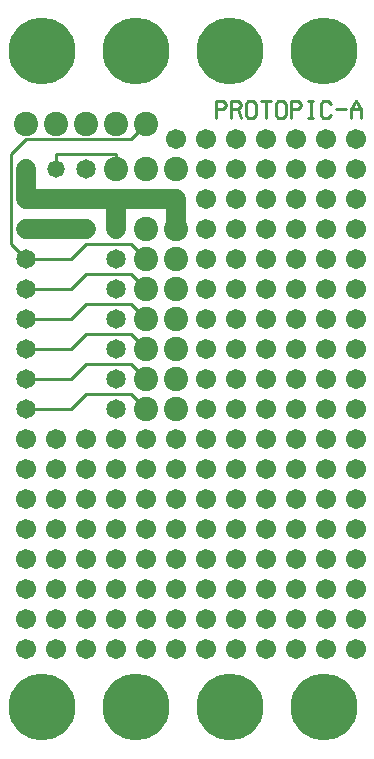
<source format=gtl>
%MOIN*%
%FSLAX25Y25*%
G04 D10 used for Character Trace; *
G04     Circle (OD=.01000) (No hole)*
G04 D11 used for Power Trace; *
G04     Circle (OD=.06700) (No hole)*
G04 D12 used for Signal Trace; *
G04     Circle (OD=.01100) (No hole)*
G04 D13 used for Via; *
G04     Circle (OD=.05800) (Round. Hole ID=.02800)*
G04 D14 used for Component hole; *
G04     Circle (OD=.06500) (Round. Hole ID=.03500)*
G04 D15 used for Component hole; *
G04     Circle (OD=.06700) (Round. Hole ID=.04300)*
G04 D16 used for Component hole; *
G04     Circle (OD=.08100) (Round. Hole ID=.05100)*
G04 D17 used for Component hole; *
G04     Circle (OD=.08900) (Round. Hole ID=.05900)*
G04 D18 used for Component hole; *
G04     Circle (OD=.11300) (Round. Hole ID=.08300)*
G04 D19 used for Component hole; *
G04     Circle (OD=.16000) (Round. Hole ID=.13000)*
G04 D20 used for Component hole; *
G04     Circle (OD=.18300) (Round. Hole ID=.15300)*
G04 D21 used for Component hole; *
G04     Circle (OD=.22291) (Round. Hole ID=.19291)*
%ADD10C,.01000*%
%ADD11C,.06700*%
%ADD12C,.01100*%
%ADD13C,.05800*%
%ADD14C,.06500*%
%ADD15C,.06700*%
%ADD16C,.08100*%
%ADD17C,.08900*%
%ADD18C,.11300*%
%ADD19C,.16000*%
%ADD20C,.18300*%
%ADD21C,.22291*%
%IPPOS*%
%LPD*%
G90*X0Y0D02*D21*X15625Y15625D03*D15*              
X30000Y35000D03*X20000D03*X10000D03*X40000D03*    
Y45000D03*X30000D03*X20000D03*X10000D03*D21*      
X46875Y15625D03*D15*X50000Y35000D03*Y45000D03*    
Y55000D03*X40000D03*X30000D03*X20000D03*X10000D03*
X60000Y35000D03*Y45000D03*Y55000D03*Y65000D03*    
X50000D03*X40000D03*X30000D03*X20000D03*X10000D03*
X70000Y35000D03*Y45000D03*Y55000D03*Y65000D03*    
Y75000D03*X60000D03*X50000D03*X40000D03*X30000D03*
X20000D03*X10000D03*D21*X78125Y15625D03*D15*      
X80000Y35000D03*Y45000D03*Y55000D03*Y65000D03*    
Y75000D03*Y85000D03*X70000D03*X60000D03*X50000D03*
X40000D03*X30000D03*X20000D03*X10000D03*          
X90000Y35000D03*Y45000D03*Y55000D03*Y65000D03*    
Y75000D03*Y85000D03*Y95000D03*X80000D03*X70000D03*
X60000D03*X50000D03*X40000D03*X30000D03*X20000D03*
X10000D03*X100000Y35000D03*Y45000D03*Y55000D03*   
Y65000D03*Y75000D03*Y85000D03*Y95000D03*          
Y105000D03*X90000D03*X80000D03*X70000D03*         
X60000D03*X50000D03*X40000D03*X30000D03*X20000D03*
X10000D03*D21*X109375Y15625D03*D15*               
X110000Y35000D03*Y45000D03*Y55000D03*Y65000D03*   
Y75000D03*Y85000D03*Y95000D03*Y105000D03*         
Y115000D03*X100000D03*X90000D03*X80000D03*        
X70000D03*D16*X60000D03*X50000D03*D12*            
X45000Y120000D01*X30000D01*X25000Y115000D01*      
X10000D01*D14*D03*Y125000D03*D12*X25000D01*       
X30000Y130000D01*X45000D01*X50000Y125000D01*D16*  
D03*X60000Y135000D03*D14*X40000D03*Y115000D03*D16*
X60000Y125000D03*X50000Y135000D03*D12*            
X45000Y140000D01*X30000D01*X25000Y135000D01*      
X10000D01*D14*D03*Y145000D03*D12*X25000D01*       
X30000Y150000D01*X45000D01*X50000Y145000D01*D16*  
D03*X60000Y155000D03*D14*X40000D03*D16*           
X60000Y145000D03*X50000Y155000D03*D12*            
X45000Y160000D01*X30000D01*X25000Y155000D01*      
X10000D01*D14*D03*Y165000D03*D12*X25000D01*       
X30000Y170000D01*X45000D01*X50000Y165000D01*D16*  
D03*X60000Y175000D03*D11*Y185000D01*X40000D01*    
Y175000D01*D14*D03*D16*X50000D03*D11*             
X10000Y185000D02*X40000D01*X10000D02*Y195000D01*  
D14*D03*D12*X5000Y170000D02*Y200000D01*           
X10000Y165000D02*X5000Y170000D01*D14*             
X10000Y175000D03*D11*X30000D01*D13*D03*D14*       
X40000Y165000D03*D16*X50000Y195000D03*X40000D03*  
D12*Y200000D01*X20000D01*Y195000D01*D13*D03*D12*  
X5000Y200000D02*X10000Y205000D01*X45000D01*       
X50000Y210000D01*D16*D03*D15*X60000Y205000D03*D16*
X40000Y210000D03*X60000Y195000D03*D15*X70000D03*  
Y205000D03*D16*X30000Y210000D03*D14*Y195000D03*   
D10*X73326Y212129D02*Y217871D01*X75837D01*        
X76674Y216914D01*Y215957D01*X75837Y215000D01*     
X73326D01*X78326Y212129D02*Y217871D01*X80837D01*  
X81674Y216914D01*Y215957D01*X80837Y215000D01*     
X78326D01*X80837D02*X81674Y212129D01*             
X86674Y213086D02*X85837Y212129D01*X84163D01*      
X83326Y213086D01*Y216914D01*X84163Y217871D01*     
X85837D01*X86674Y216914D01*Y213086D01*            
X90000Y212129D02*Y217871D01*X88326D02*X91674D01*  
X96674Y213086D02*X95837Y212129D01*X94163D01*      
X93326Y213086D01*Y216914D01*X94163Y217871D01*     
X95837D01*X96674Y216914D01*Y213086D01*            
X98326Y212129D02*Y217871D01*X100837D01*           
X101674Y216914D01*Y215957D01*X100837Y215000D01*   
X98326D01*X105000Y212129D02*Y217871D01*           
X104163Y212129D02*X105837D01*X104163Y217871D02*   
X105837D01*X111674Y213086D02*X110837Y212129D01*   
X109163D01*X108326Y213086D01*Y216914D01*          
X109163Y217871D01*X110837D01*X111674Y216914D01*   
X113326Y215000D02*X116674D01*X118326Y212129D02*   
Y215000D01*X120000Y217871D01*X121674Y215000D01*   
Y212129D01*X118326Y215000D02*X121674D01*D21*      
X46875Y234375D03*D15*X70000Y185000D03*X80000D03*  
Y195000D03*Y205000D03*D16*X20000Y210000D03*D21*   
X78125Y234375D03*X15625D03*D15*X70000Y175000D03*  
X80000D03*X90000D03*Y185000D03*Y195000D03*        
Y205000D03*D16*X10000Y210000D03*X60000Y165000D03* 
D15*X70000D03*X80000D03*X90000D03*X100000D03*     
Y175000D03*Y185000D03*Y195000D03*Y205000D03*      
X70000Y155000D03*X80000D03*X90000D03*X100000D03*  
X110000D03*Y165000D03*Y175000D03*Y185000D03*      
Y195000D03*Y205000D03*D21*X109375Y234375D03*D14*  
X40000Y145000D03*D15*X70000D03*X80000D03*         
X90000D03*X100000D03*X110000D03*X120000D03*       
Y155000D03*Y165000D03*Y175000D03*Y185000D03*      
Y195000D03*Y205000D03*X70000Y135000D03*X80000D03* 
X90000D03*X100000D03*X110000D03*X120000D03*D14*   
X40000Y125000D03*D15*X70000D03*X80000D03*         
X90000D03*X100000D03*X110000D03*X120000D03*       
Y115000D03*Y105000D03*Y95000D03*Y85000D03*        
Y75000D03*Y65000D03*Y55000D03*Y45000D03*Y35000D03*
M02*                                              

</source>
